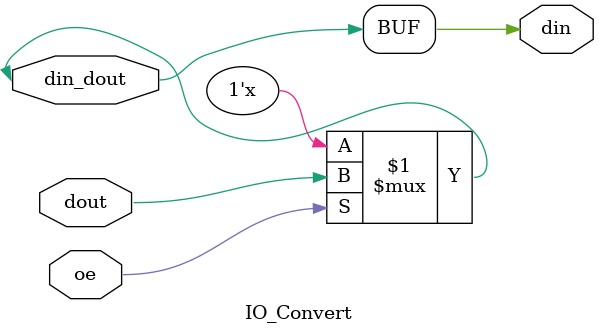
<source format=v>
`timescale 1ns / 1ps
module IO_Convert(
				input dout,
				input oe,
				output din,
				inout din_dout);
				
	assign din = din_dout;
	assign din_dout = (oe)? dout : 1'bz;

endmodule

</source>
